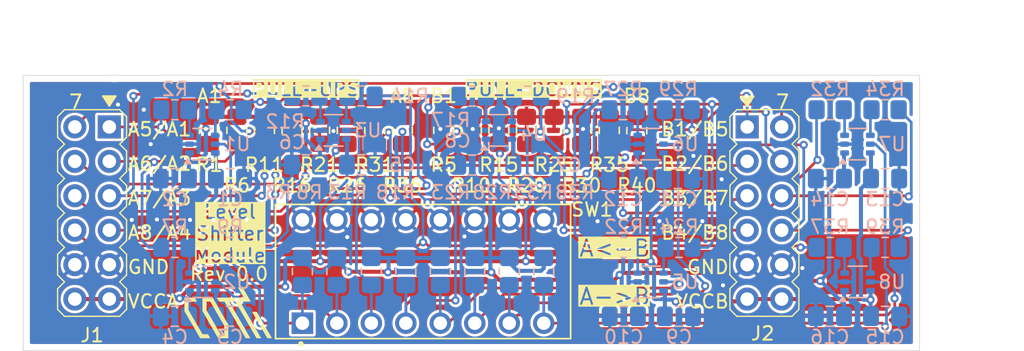
<source format=kicad_pcb>
(kicad_pcb (version 20241229) (generator "pcbnew") (generator_version "9.0")
  (title_block (title "Level Shifter Module") (date "2026-01-17") (rev "0.0") (company "Cotti"))
  (layers (0 "F.Cu" signal) (2 "B.Cu" signal) (13 "F.Paste" user) (15 "B.Paste" user) (5 "F.SilkS" user "F.Silkscreen") (7 "B.SilkS" user "B.Silkscreen") (1 "F.Mask" user) (3 "B.Mask" user) (25 "Edge.Cuts" user))
  (net 0 "")
  (net 1 "GND")
  (net 2 "VCCA")
  (net 3 "VCCB")
  (net 4 "/a2")
  (net 5 "/a4")
  (net 6 "/a8")
  (net 7 "/a3")
  (net 8 "/a6")
  (net 9 "/a7")
  (net 10 "/a1")
  (net 11 "/a5")
  (net 12 "/b3")
  (net 13 "/b8")
  (net 14 "/b6")
  (net 15 "/b7")
  (net 16 "/b2")
  (net 17 "/b5")
  (net 18 "/b4")
  (net 19 "/b1")
  (net 20 "Net-(U1-A)")
  (net 21 "/dir6")
  (net 22 "Net-(U1-B)")
  (net 23 "Net-(U2-A)")
  (net 24 "/dir1")
  (net 25 "Net-(U2-B)")
  (net 26 "Net-(U3-A)")
  (net 27 "/dir2")
  (net 28 "Net-(U3-B)")
  (net 29 "Net-(U4-A)")
  (net 30 "/dir3")
  (net 31 "Net-(U4-B)")
  (net 32 "Net-(U5-A)")
  (net 33 "/dir4")
  (net 34 "Net-(U5-B)")
  (net 35 "Net-(U6-A)")
  (net 36 "/dir5")
  (net 37 "Net-(U6-B)")
  (net 38 "Net-(U7-A)")
  (net 39 "/dir7")
  (net 40 "Net-(U7-B)")
  (net 41 "Net-(U8-A)")
  (net 42 "/dir8")
  (net 43 "Net-(U8-B)")
  (footprint "Resistor_SMD:R_0805_2012Metric_Pad1.20x1.40mm_HandSolder" (layer "F.Cu") (at 140.716 156.464 90)
    (property "Reference" "R25")
    (property "Value" "100k opt")
  )
  (footprint "cotti_footprints:Pmod_2x06_socket" (layer "F.Cu") (at 154.94 156.21)
    (property "Reference" "J2")
    (property "Value" "Pmod GPIO 2x06 socket" (hide yes))
  )
  (footprint "Resistor_SMD:R_0805_2012Metric_Pad1.20x1.40mm_HandSolder" (layer "F.Cu") (at 119.38 156.464 -90)
    (property "Reference" "R11")
    (property "Value" "100k opt")
  )
  (footprint "Resistor_SMD:R_0805_2012Metric_Pad1.20x1.40mm_HandSolder" (layer "F.Cu") (at 132.588 156.464 90)
    (property "Reference" "R5")
    (property "Value" "100k opt")
  )
  (footprint "Resistor_SMD:R_0805_2012Metric_Pad1.20x1.40mm_HandSolder" (layer "F.Cu") (at 123.444 156.448 -90)
    (property "Reference" "R21")
    (property "Value" "100k opt")
  )
  (footprint "Resistor_SMD:R_0805_2012Metric_Pad1.20x1.40mm_HandSolder" (layer "F.Cu") (at 121.412 156.464 -90)
    (property "Reference" "R16")
    (property "Value" "100k opt")
  )
  (footprint "Resistor_SMD:R_0805_2012Metric_Pad1.20x1.40mm_HandSolder" (layer "F.Cu") (at 117.348 156.464 -90)
    (property "Reference" "R6")
    (property "Value" "100k opt")
  )
  (footprint "Resistor_SMD:R_0805_2012Metric_Pad1.20x1.40mm_HandSolder" (layer "F.Cu") (at 136.652 156.464 90)
    (property "Reference" "R15")
    (property "Value" "100k opt")
  )
  (footprint "Resistor_SMD:R_0805_2012Metric_Pad1.20x1.40mm_HandSolder" (layer "F.Cu") (at 134.62 156.464 90)
    (property "Reference" "R10")
    (property "Value" "100k opt")
  )
  (footprint "Resistor_SMD:R_0805_2012Metric_Pad1.20x1.40mm_HandSolder" (layer "F.Cu") (at 138.684 156.464 90)
    (property "Reference" "R20")
    (property "Value" "100k opt")
  )
  (footprint "cotti_footprints:SW_DS01C-254-S-08BE" (layer "F.Cu") (at 131.064 166.878)
    (property "Reference" "SW1")
    (property "Value" "SW_DIP_x08" (hide yes))
  )
  (footprint "Resistor_SMD:R_0805_2012Metric_Pad1.20x1.40mm_HandSolder" (layer "F.Cu") (at 146.812 156.48 90)
    (property "Reference" "R40")
    (property "Value" "100k opt")
  )
  (footprint "Resistor_SMD:R_0805_2012Metric_Pad1.20x1.40mm_HandSolder" (layer "F.Cu") (at 125.476 156.464 -90)
    (property "Reference" "R26")
    (property "Value" "100k opt")
  )
  (footprint "cotti_logo:cotti_logo_filled H=3mm T=0.3mm" (layer "F.Cu") (at 113.48489 168.801)
    (property "Reference" "REF**" (hide yes))
    (property "Value" "cotti_logo_filled H=3mm T=0.3mm" (hide yes))
  )
  (footprint "Resistor_SMD:R_0805_2012Metric_Pad1.20x1.40mm_HandSolder" (layer "F.Cu") (at 127.508 156.48 -90)
    (property "Reference" "R31")
    (property "Value" "100k opt")
  )
  (footprint "Resistor_SMD:R_0805_2012Metric_Pad1.20x1.40mm_HandSolder" (layer "F.Cu") (at 115.316 156.464 -90)
    (property "Reference" "R1")
    (property "Value" "100k opt")
  )
  (footprint "Resistor_SMD:R_0805_2012Metric_Pad1.20x1.40mm_HandSolder" (layer "F.Cu") (at 144.78 156.464 90)
    (property "Reference" "R35")
    (property "Value" "100k opt")
  )
  (footprint "Resistor_SMD:R_0805_2012Metric_Pad1.20x1.40mm_HandSolder" (layer "F.Cu") (at 129.54 156.464 -90)
    (property "Reference" "R36")
    (property "Value" "100k opt")
  )
  (footprint "cotti_footprints:Pmod_2x06_pin" (layer "F.Cu") (at 107.95 156.21)
    (property "Reference" "J1")
    (property "Value" "Pmod GPIO 2x06 pin" (hide yes))
  )
  (footprint "Resistor_SMD:R_0805_2012Metric_Pad1.20x1.40mm_HandSolder" (layer "F.Cu") (at 142.748 156.464 90)
    (property "Reference" "R30")
    (property "Value" "100k opt")
  )
  (footprint "Resistor_SMD:R_0805_2012Metric_Pad1.20x1.40mm_HandSolder" (layer "B.Cu") (at 112.776 154.94)
    (property "Reference" "R2")
    (property "Value" "200R")
  )
  (footprint "Resistor_SMD:R_0805_2012Metric_Pad1.20x1.40mm_HandSolder" (layer "B.Cu") (at 134.692 153.941)
    (property "Reference" "R17")
    (property "Value" "200R")
  )
  (footprint "Resistor_SMD:R_0805_2012Metric_Pad1.20x1.40mm_HandSolder" (layer "B.Cu") (at 145.796 154.94)
    (property "Reference" "R27")
    (property "Value" "200R")
  )
  (footprint "Capacitor_SMD:C_0805_2012Metric_Pad1.18x1.45mm_HandSolder" (layer "B.Cu") (at 116.84 170.18)
    (property "Reference" "C3")
    (property "Value" "100nF")
  )
  (footprint "Resistor_SMD:R_0805_2012Metric_Pad1.20x1.40mm_HandSolder" (layer "B.Cu") (at 122.428 153.924)
    (property "Reference" "R12")
    (property "Value" "200R")
  )
  (footprint "Resistor_SMD:R_0805_2012Metric_Pad1.20x1.40mm_HandSolder" (layer "B.Cu") (at 127.254 166.878 90)
    (property "Reference" "R13")
    (property "Value" "100k")
  )
  (footprint "Resistor_SMD:R_0805_2012Metric_Pad1.20x1.40mm_HandSolder" (layer "B.Cu") (at 161.052 154.94)
    (property "Reference" "R32")
    (property "Value" "200R")
  )
  (footprint "Resistor_SMD:R_0805_2012Metric_Pad1.20x1.40mm_HandSolder" (layer "B.Cu") (at 138.756 153.941)
    (property "Reference" "R19")
    (property "Value" "200R")
  )
  (footprint "Package_TO_SOT_SMD:SOT-363_SC-70-6" (layer "B.Cu") (at 163.068 167.64)
    (property "Reference" "U8")
    (property "Value" "74LVC1T45DW-7")
  )
  (footprint "Resistor_SMD:R_0805_2012Metric_Pad1.20x1.40mm_HandSolder" (layer "B.Cu") (at 112.776 165.1)
    (property "Reference" "R7")
    (property "Value" "200R")
  )
  (footprint "Package_TO_SOT_SMD:SOT-363_SC-70-6" (layer "B.Cu") (at 114.808 157.48)
    (property "Reference" "U1")
    (property "Value" "74LVC1T45DW-7")
  )
  (footprint "Capacitor_SMD:C_0805_2012Metric_Pad1.18x1.45mm_HandSolder" (layer "B.Cu") (at 149.8385 160.02)
    (property "Reference" "C11")
    (property "Value" "100nF")
  )
  (footprint "Capacitor_SMD:C_0805_2012Metric_Pad1.18x1.45mm_HandSolder" (layer "B.Cu") (at 149.916 170.18)
    (property "Reference" "C9")
    (property "Value" "100nF")
  )
  (footprint "Resistor_SMD:R_0805_2012Metric_Pad1.20x1.40mm_HandSolder" (layer "B.Cu") (at 165.1 165.1)
    (property "Reference" "R39")
    (property "Value" "200R")
  )
  (footprint "Resistor_SMD:R_0805_2012Metric_Pad1.20x1.40mm_HandSolder" (layer "B.Cu") (at 145.852 165.1)
    (property "Reference" "R22")
    (property "Value" "200R")
  )
  (footprint "Capacitor_SMD:C_0805_2012Metric_Pad1.18x1.45mm_HandSolder" (layer "B.Cu") (at 134.692 159.021 180)
    (property "Reference" "C8")
    (property "Value" "100nF")
  )
  (footprint "Resistor_SMD:R_0805_2012Metric_Pad1.20x1.40mm_HandSolder" (layer "B.Cu") (at 116.84 165.1)
    (property "Reference" "R9")
    (property "Value" "200R")
  )
  (footprint "Resistor_SMD:R_0805_2012Metric_Pad1.20x1.40mm_HandSolder" (layer "B.Cu") (at 139.954 166.878 90)
    (property "Reference" "R38")
    (property "Value" "100k")
  )
  (footprint "Resistor_SMD:R_0805_2012Metric_Pad1.20x1.40mm_HandSolder" (layer "B.Cu") (at 137.414 166.878 90)
    (property "Reference" "R33")
    (property "Value" "100k")
  )
  (footprint "Resistor_SMD:R_0805_2012Metric_Pad1.20x1.40mm_HandSolder" (layer "B.Cu") (at 132.334 166.878 90)
    (property "Reference" "R23")
    (property "Value" "100k")
  )
  (footprint "Resistor_SMD:R_0805_2012Metric_Pad1.20x1.40mm_HandSolder" (layer "B.Cu") (at 116.84 154.94)
    (property "Reference" "R4")
    (property "Value" "200R")
  )
  (footprint "Capacitor_SMD:C_0805_2012Metric_Pad1.18x1.45mm_HandSolder" (layer "B.Cu") (at 145.852 170.18 180)
    (property "Reference" "C10")
    (property "Value" "100nF")
  )
  (footprint "Capacitor_SMD:C_0805_2012Metric_Pad1.18x1.45mm_HandSolder" (layer "B.Cu") (at 138.756 159.021)
    (property "Reference" "C7")
    (property "Value" "100nF")
  )
  (footprint "Resistor_SMD:R_0805_2012Metric_Pad1.20x1.40mm_HandSolder" (layer "B.Cu") (at 149.916 165.1)
    (property "Reference" "R24")
    (property "Value" "200R")
  )
  (footprint "Package_TO_SOT_SMD:SOT-363_SC-70-6" (layer "B.Cu") (at 124.46 156.464)
    (property "Reference" "U3")
    (property "Value" "74LVC1T45DW-7")
  )
  (footprint "Capacitor_SMD:C_0805_2012Metric_Pad1.18x1.45mm_HandSolder" (layer "B.Cu") (at 161.036 170.18 180)
    (property "Reference" "C16")
    (property "Value" "100nF")
  )
  (footprint "Resistor_SMD:R_0805_2012Metric_Pad1.20x1.40mm_HandSolder" (layer "B.Cu") (at 126.492 153.924)
    (property "Reference" "R14")
    (property "Value" "200R")
  )
  (footprint "Resistor_SMD:R_0805_2012Metric_Pad1.20x1.40mm_HandSolder" (layer "B.Cu") (at 122.174 166.878 90)
    (property "Reference" "R3")
    (property "Value" "100k")
  )
  (footprint "Capacitor_SMD:C_0805_2012Metric_Pad1.18x1.45mm_HandSolder" (layer "B.Cu") (at 112.776 170.18 180)
    (property "Reference" "C4")
    (property "Value" "100nF")
  )
  (footprint "Capacitor_SMD:C_0805_2012Metric_Pad1.18x1.45mm_HandSolder" (layer "B.Cu") (at 161.036 160.02 180)
    (property "Reference" "C14")
    (property "Value" "100nF")
  )
  (footprint "Resistor_SMD:R_0805_2012Metric_Pad1.20x1.40mm_HandSolder" (layer "B.Cu") (at 129.794 166.878 90)
    (property "Reference" "R18")
    (property "Value" "100k")
  )
  (footprint "Package_TO_SOT_SMD:SOT-363_SC-70-6" (layer "B.Cu") (at 147.828 157.48)
    (property "Reference" "U6")
    (property "Value" "74LVC1T45DW-7")
  )
  (footprint "Package_TO_SOT_SMD:SOT-363_SC-70-6" (layer "B.Cu") (at 147.828 167.64)
    (property "Reference" "U5")
    (property "Value" "74LVC1T45DW-7")
  )
  (footprint "Capacitor_SMD:C_0805_2012Metric_Pad1.18x1.45mm_HandSolder" (layer "B.Cu") (at 112.776 160.02 180)
    (property "Reference" "C2")
    (property "Value" "100nF")
  )
  (footprint "Resistor_SMD:R_0805_2012Metric_Pad1.20x1.40mm_HandSolder" (layer "B.Cu") (at 149.86 154.94)
    (property "Reference" "R29")
    (property "Value" "200R")
  )
  (footprint "Package_TO_SOT_SMD:SOT-363_SC-70-6" (layer "B.Cu") (at 114.808 167.64)
    (property "Reference" "U2")
    (property "Value" "74LVC1T45DW-7")
  )
  (footprint "Resistor_SMD:R_0805_2012Metric_Pad1.20x1.40mm_HandSolder" (layer "B.Cu") (at 165.1 154.94)
    (property "Reference" "R34")
    (property "Value" "200R")
  )
  (footprint "Resistor_SMD:R_0805_2012Metric_Pad1.20x1.40mm_HandSolder" (layer "B.Cu") (at 161.052 165.1)
    (property "Reference" "R37")
    (property "Value" "200R")
  )
  (footprint "Resistor_SMD:R_0805_2012Metric_Pad1.20x1.40mm_HandSolder" (layer "B.Cu") (at 124.714 166.878 90)
    (property "Reference" "R8")
    (property "Value" "100k")
  )
  (footprint "Capacitor_SMD:C_0805_2012Metric_Pad1.18x1.45mm_HandSolder" (layer "B.Cu") (at 122.428 159.004 180)
    (property "Reference" "C6")
    (property "Value" "100nF")
  )
  (footprint "Capacitor_SMD:C_0805_2012Metric_Pad1.18x1.45mm_HandSolder" (layer "B.Cu") (at 126.492 159.004)
    (property "Reference" "C5")
    (property "Value" "100nF")
  )
  (footprint "Resistor_SMD:R_0805_2012Metric_Pad1.20x1.40mm_HandSolder" (layer "B.Cu") (at 134.874 166.878 90)
    (property "Reference" "R28")
    (property "Value" "100k")
  )
  (footprint "Capacitor_SMD:C_0805_2012Metric_Pad1.18x1.45mm_HandSolder" (layer "B.Cu") (at 116.84 160.02)
    (property "Reference" "C1")
    (property "Value" "100nF")
  )
  (footprint "Capacitor_SMD:C_0805_2012Metric_Pad1.18x1.45mm_HandSolder" (layer "B.Cu") (at 145.796 160.02 180)
    (property "Reference" "C12")
    (property "Value" "100nF")
  )
  (footprint "Package_TO_SOT_SMD:SOT-363_SC-70-6" (layer "B.Cu") (at 163.068 157.48)
    (property "Reference" "U7")
    (property "Value" "74LVC1T45DW-7")
  )
  (footprint "Capacitor_SMD:C_0805_2012Metric_Pad1.18x1.45mm_HandSolder" (layer "B.Cu") (at 165.1 170.18)
    (property "Reference" "C15")
    (property "Value" "100nF")
  )
  (footprint "Package_TO_SOT_SMD:SOT-363_SC-70-6" (layer "B.Cu") (at 136.652 156.464)
    (property "Reference" "U4")
    (property "Value" "74LVC1T45DW-7")
  )
  (footprint "Capacitor_SMD:C_0805_2012Metric_Pad1.18x1.45mm_HandSolder" (layer "B.Cu") (at 165.1 160.02)
    (property "Reference" "C13")
    (property "Value" "100nF")
  )
  (gr_rect (start 101.6 152.4) (end 167.64 172.72) (stroke (width 0.05)) (fill no) (layer "Edge.Cuts"))
  (gr_text "A6/A2" (at 109.22 159.512 0) (layer "F.SilkS") (effects (font (size 1 1)) (justify left bottom)))
  (gr_text "Level\nShifter\nModule" (at 116.84 164.084 0) (layer "F.SilkS" knockout) (effects (font (size 1 1))))
  (gr_text "A8/A4" (at 109.22 164.592 0) (layer "F.SilkS") (effects (font (size 1 1)) (justify left bottom)))
  (gr_text "B1/B5" (at 153.67 156.972 0) (layer "F.SilkS") (effects (font (size 1 1)) (justify right bottom)))
  (gr_text "A<-B" (at 142.494 165.862 0) (layer "F.SilkS" knockout) (effects (font (size 1.2 1.2)) (justify left bottom)))
  (gr_text "B4/B8" (at 153.67 164.592 0) (layer "F.SilkS") (effects (font (size 1 1)) (justify right bottom)))
  (gr_text "VCCA" (at 109.22 169.672 0) (layer "F.SilkS") (effects (font (size 1 1)) (justify left bottom)))
  (gr_text "PULL-DOWNS" (at 139.192 153.416 0) (layer "F.SilkS" knockout) (effects (font (size 1 1))))
  (gr_text "GND" (at 153.67 167.132 0) (layer "F.SilkS") (effects (font (size 1 1)) (justify right bottom)))
  (gr_text "PULL-UPS" (at 122.428 153.416 0) (layer "F.SilkS" knockout) (effects (font (size 1 1))))
  (gr_text "VCCB" (at 153.67 169.672 0) (layer "F.SilkS") (effects (font (size 1 1)) (justify right bottom)))
  (gr_text "A5/A1" (at 109.22 156.972 0) (layer "F.SilkS") (effects (font (size 1 1)) (justify left bottom)))
  (gr_text "A1" (at 115.316 153.924 0) (layer "F.SilkS") (effects (font (size 1 1))))
  (gr_text "GND" (at 109.22 167.132 0) (layer "F.SilkS") (effects (font (size 1 1)) (justify left bottom)))
  (gr_text "Rev 0.0" (at 113.792 167.64 0) (layer "F.SilkS") (effects (font (size 1 1)) (justify left bottom)))
  (gr_text "B2/B6" (at 153.67 159.512 0) (layer "F.SilkS") (effects (font (size 1 1)) (justify right bottom)))
  (gr_text "B8" (at 146.812 153.924 0) (layer "F.SilkS") (effects (font (size 1 1))))
  (gr_text "A8" (at 129.54 153.924 0) (layer "F.SilkS") (effects (font (size 1 1))))
  (gr_text "A7/A3" (at 109.22 162.052 0) (layer "F.SilkS") (effects (font (size 1 1)) (justify left bottom)))
  (gr_text "B1" (at 132.588 153.924 0) (layer "F.SilkS") (effects (font (size 1 1))))
  (gr_text "A->B" (at 142.494 169.418 0) (layer "F.SilkS" knockout) (effects (font (size 1.2 1.2)) (justify left bottom)))
  (gr_text "B3/B7" (at 153.67 162.052 0) (layer "F.SilkS") (effects (font (size 1 1)) (justify right bottom)))
  (segment (start 146.796 155.464) (end 146.812 155.48) (width 0.2) (layer "F.Cu") (net 1))
  (segment (start 132.588 155.464) (end 146.796 155.464) (width 0.2) (layer "F.Cu") (net 1))
  (via (at 153.162 167.894) (size 0.6) (drill 0.3) (layers "F.Cu" "B.Cu") (net 1))
  (via (at 159.004 166.624) (size 0.6) (drill 0.3) (layers "F.Cu" "B.Cu") (net 1))
  (via (at 111.4552 163.041) (size 0.6) (drill 0.3) (layers "F.Cu" "B.Cu") (net 1))
  (via (at 151.638 163.16) (size 0.6) (drill 0.3) (layers "F.Cu" "B.Cu") (net 1))
  (via (at 108.585 154.559) (size 0.6) (drill 0.3) (layers "F.Cu" "B.Cu") (net 1))
  (via (at 150.9776 158.3436) (size 0.6) (drill 0.3) (layers "F.Cu" "B.Cu") (net 1))
  (via (at 122.936 161.8488) (size 0.6) (drill 0.3) (layers "F.Cu" "B.Cu") (net 1))
  (via (at 142.8496 156.3624) (size 0.6) (drill 0.3) (layers "F.Cu" "B.Cu") (net 1))
  (via (at 115.6208 163.068) (size 0.6) (drill 0.3) (layers "F.Cu" "B.Cu") (net 1))
  (via (at 118.0592 163.041) (size 0.6) (drill 0.3) (layers "F.Cu" "B.Cu") (net 1))
  (via (at 134.112 164.2872) (size 0.6) (drill 0.3) (layers "F.Cu" "B.Cu") (net 1))
  (via (at 134.7216 156.3624) (size 0.6) (drill 0.3) (layers "F.Cu" "B.Cu") (net 1))
  (via (at 132.334 156.3624) (size 0.6) (drill 0.3) (layers "F.Cu" "B.Cu") (net 1))
  (via (at 109.601 163.068) (size 0.6) (drill 0.3) (layers "F.Cu" "B.Cu") (net 1))
  (via (at 143.9164 163.1696) (size 0.6) (drill 0.3) (layers "F.Cu" "B.Cu") (net 1))
  (via (at 125.5776 161.8488) (size 0.6) (drill 0.3) (layers "F.Cu" "B.Cu") (net 1))
  (via (at 136.652 156.3116) (size 0.6) (drill 0.3) (layers "F.Cu" "B.Cu") (net 1))
  (via (at 124.46 156.5148) (size 0.6) (drill 0.3) (layers "F.Cu" "B.Cu") (net 1))
  (via (at 148.478 163.16) (size 0.6) (drill 0.3) (layers "F.Cu" "B.Cu") (net 1))
  (via (at 110.49 154.94) (size 0.6) (drill 0.3) (layers "F.Cu" "B.Cu") (net 1))
  (via (at 110.998 157.48) (size 0.6) (drill 0.3) (layers "F.Cu" "B.Cu") (net 1))
  (via (at 125.476 164.338) (size 0.6) (drill 0.3) (layers "F.Cu" "B.Cu") (net 1))
  (via (at 113.8936 163.068) (size 0.6) (drill 0.3) (layers "F.Cu" "B.Cu") (net 1))
  (via (at 153.0604 160.0708) (size 0.6) (drill 0.3) (layers "F.Cu" "B.Cu") (net 1))
  (segment (start 128.437938 166.893538) (end 125.564427 166.893538) (width 0.3) (layer "F.Cu") (net 2))
  (segment (start 122.428 155.464) (end 122.428 155.942285) (width 0.3) (layer "F.Cu") (net 2))
  (segment (start 154.442529 167.571) (end 153.851129 166.9796) (width 0.3) (layer "F.Cu") (net 2))
  (segment (start 122.428 155.464) (end 129.54 155.464) (width 0.3) (layer "F.Cu") (net 2))
  (segment (start 160.3248 167.571) (end 154.442529 167.571) (width 0.3) (layer "F.Cu") (net 2))
  (segment (start 112.8268 168.91) (end 107.95 168.91) (width 0.3) (layer "F.Cu") (net 2))
  (segment (start 105.41 168.91) (end 107.95 168.91) (width 0.3) (layer "F.Cu") (net 2))
  (segment (start 136.652 167.4876) (end 136.0932 166.9288) (width 0.3) (layer "F.Cu") (net 2))
  (segment (start 114.995884 156.293126) (end 114.995884 155.784116) (width 0.3) (layer "F.Cu") (net 2))
  (segment (start 113.9952 167.9956) (end 120.904 167.9956) (width 0.3) (layer "F.Cu") (net 2))
  (segment (start 145.6944 166.9796) (end 145.542 167.132) (width 0.3) (layer "F.Cu") (net 2))
  (segment (start 112.8776 168.8592) (end 112.8268 168.91) (width 0.3) (layer "F.Cu") (net 2))
  (segment (start 114.995884 155.784116) (end 115.316 155.464) (width 0.3) (layer "F.Cu") (net 2))
  (segment (start 128.4732 166.9288) (end 136.0932 166.9288) (width 0.3) (layer "F.Cu") (net 2))
  (segment (start 115.316 155.464) (end 122.428 155.464) (width 0.3) (layer "F.Cu") (net 2))
  (segment (start 113.1316 168.8592) (end 112.8776 168.8592) (width 0.3) (layer "F.Cu") (net 2))
  (segment (start 153.851129 166.9796) (end 145.6944 166.9796) (width 0.3) (layer "F.Cu") (net 2))
  (segment (start 113.1316 168.8592) (end 113.9952 167.9956) (width 0.3) (layer "F.Cu") (net 2))
  (segment (start 115.0608 156.358042) (end 114.995884 156.293126) (width 0.3) (layer "F.Cu") (net 2))
  (segment (start 145.1864 167.4876) (end 136.652 167.4876) (width 0.3) (layer "F.Cu") (net 2))
  (segment (start 145.542 167.132) (end 145.1864 167.4876) (width 0.3) (layer "F.Cu") (net 2))
  (segment (start 128.4732 166.9288) (end 128.437938 166.893538) (width 0.3) (layer "F.Cu") (net 2))
  (via (at 120.904 167.9956) (size 0.6) (drill 0.3) (layers "F.Cu" "B.Cu") (net 2))
  (via (at 145.542 167.132) (size 0.6) (drill 0.3) (layers "F.Cu" "B.Cu") (net 2))
  (via (at 128.4732 166.9288) (size 0.6) (drill 0.3) (layers "F.Cu" "B.Cu") (net 2))
  (via (at 125.564427 166.893538) (size 0.6) (drill 0.3) (layers "F.Cu" "B.Cu") (net 2))
  (via (at 160.3248 167.571) (size 0.6) (drill 0.3) (layers "F.Cu" "B.Cu") (net 2))
  (via (at 115.0608 156.358042) (size 0.6) (drill 0.3) (layers "F.Cu" "B.Cu") (net 2))
  (via (at 136.0932 166.9288) (size 0.6) (drill 0.3) (layers "F.Cu" "B.Cu") (net 2))
  (via (at 113.1316 168.8592) (size 0.6) (drill 0.3) (layers "F.Cu" "B.Cu") (net 2))
  (via (at 122.428 155.942285) (size 0.6) (drill 0.3) (layers "F.Cu" "B.Cu") (net 2))
  (segment (start 113.8135 168.3345) (end 113.858 168.29) (width 0.3) (layer "B.Cu") (net 2))
  (segment (start 139.954 166.624) (end 139.954 165.878) (width 0.3) (layer "B.Cu") (net 2))
  (segment (start 113.8135 158.8008) (end 113.8135 158.1745) (width 0.3) (layer "B.Cu") (net 2))
  (segment (start 112.727 164.39413) (end 112.7252 164.39233) (width 0.3) (layer "B.Cu") (net 2))
  (segment (start 145.542 167.132) (end 145.803 166.871) (width 0.3) (layer "B.Cu") (net 2))
  (segment (start 161.003 164.39413) (end 160.9852 164.37633) (width 0.3) (layer "B.Cu") (net 2))
  (segment (start 112.522 166.01087) (end 112.727 165.80587) (width 0.3) (layer "B.Cu") (net 2))
  (segment (start 123.4655 157.1585) (end 123.51 157.114) (width 0.3) (layer "B.Cu") (net 2))
  (segment (start 162.0735 158.1745) (end 162.118 158.13) (width 0.3) (layer "B.Cu") (net 2))
  (segment (start 160.9852 161.1083) (end 162.0735 160.02) (width 0.3) (layer "B.Cu") (net 2))
  (segment (start 120.904 167.9956) (end 120.904 166.0464) (width 0.3) (layer "B.Cu") (net 2))
  (segment (start 113.7119 168.8592) (end 113.8135 168.9608) (width 0.3) (layer "B.Cu") (net 2))
  (segment (start 160.9852 164.37633) (end 160.9852 161.1083) (width 0.3) (layer "B.Cu") (net 2))
  (segment (start 146.8335 163.1911) (end 146.8335 160.02) (width 0.3) (layer "B.Cu") (net 2))
  (segment (start 122.174 165.878) (end 123.2248 166.9288) (width 0.3) (layer "B.Cu") (net 2))
  (segment (start 145.6944 167.2844) (end 145.6944 168.4528) (width 0.3) (layer "B.Cu") (net 2))
  (segment (start 124.714 165.878) (end 124.714 166.043111) (width 0.3) (layer "B.Cu") (net 2))
  (segment (start 124.714 166.043111) (end 125.564427 166.893538) (width 0.3) (layer "B.Cu") (net 2))
  (segment (start 120.904 166.0464) (end 121.0724 165.878) (width 0.3) (layer "B.Cu") (net 2))
  (segment (start 162.0735 160.02) (end 162.0735 158.1745) (width 0.3) (layer "B.Cu") (net 2))
  (segment (start 123.4655 157.8356) (end 123.4655 157.1585) (width 0.3) (layer "B.Cu") (net 2))
  (segment (start 128.4732 166.9288) (end 128.524 166.878) (width 0.3) (layer "B.Cu") (net 2))
  (segment (start 115.062 156.430116) (end 115.062 158.1912) (width 0.3) (layer "B.Cu") (net 2))
  (segment (start 113.1316 168.8592) (end 113.7119 168.8592) (width 0.3) (layer "B.Cu") (net 2))
  (segment (start 136.0264 159.3179) (end 135.7295 159.021) (width 0.3) (layer "B.Cu") (net 2))
  (segment (start 136.0264 166.862) (end 136.0932 166.9288) (width 0.3) (layer "B.Cu") (net 2))
  (segment (start 136.0264 165.878) (end 137.414 165.878) (width 0.3) (layer "B.Cu") (net 2))
  (segment (start 145.6944 168.4528) (end 146.1516 168.91) (width 0.3) (layer "B.Cu") (net 2))
  (segment (start 146.8895 168.3015) (end 146.878 168.29) (width 0.3) (layer "B.Cu") (net 2))
  (segment (start 123.4655 159.004) (end 123.4655 157.8356) (width 0.3) (layer "B.Cu") (net 2))
  (segment (start 146.8335 160.02) (end 146.8335 158.1745) (width 0.3) (layer "B.Cu") (net 2))
  (segment (start 136.0264 165.878) (end 136.0264 166.862) (width 0.3) (layer "B.Cu") (net 2))
  (segment (start 146.8335 158.1745) (end 146.878 158.13) (width 0.3) (layer "B.Cu") (net 2))
  (segment (start 115.0608 156.428916) (end 115.062 156.430116) (width 0.3) (layer "B.Cu") (net 2))
  (segment (start 146.8374 163.195) (end 146.8335 163.1911) (width 0.3) (layer "B.Cu") (net 2))
  (segment (start 136.0264 165.878) (end 134.874 165.878) (width 0.3) (layer "B.Cu") (net 2))
  (segment (start 135.7295 159.021) (end 135.7295 157.1415) (width 0.3) (layer "B.Cu") (net 2))
  (segment (start 162.0735 168.3345) (end 162.118 168.29) (width 0.3) (layer "B.Cu") (net 2))
  (segment (start 113.1316 168.8592) (end 112.8776 168.8592) (width 0.3) (layer "B.Cu") (net 2))
  (segment (start 145.803 166.871) (end 145.803 164.2294) (width 0.3) (layer "B.Cu") (net 2))
  (segment (start 128.524 166.878) (end 128.524 165.9636) (width 0.3) (layer "B.Cu") (net 2))
  (segment (start 128.524 165.9636) (end 128.4384 165.878) (width 0.3) (layer "B.Cu") (net 2))
  (segment (start 162.0735 170.18) (end 162.0735 168.3345) (width 0.3) (layer "B.Cu") (net 2))
  (segment (start 112.727 165.80587) (end 112.727 164.39413) (width 0.3) (layer "B.Cu") (net 2))
  (segment (start 161.003 165.80587) (end 161.003 164.39413) (width 0.3) (layer "B.Cu") (net 2))
  (segment (start 122.428 157.1244) (end 123.1392 157.8356) (width 0.3) (layer "B.Cu") (net 2))
  (segment (start 160.3248 167.571) (end 160.3574 167.571) (width 0.3) (layer "B.Cu") (net 2))
  (segment (start 129.794 165.878) (end 131.1656 165.878) (width 0.3) (layer "B.Cu") (net 2))
  (segment (start 114.4524 158.8008) (end 113.8135 158.8008) (width 0.3) (layer "B.Cu") (net 2))
  (segment (start 123.6632 166.9288) (end 124.714 165.878) (width 0.3) (layer "B.Cu") (net 2))
  (segment (start 131.1656 165.878) (end 132.334 165.878) (width 0.3) (layer "B.Cu") (net 2))
  (segment (start 160.9852 166.9106) (end 160.9852 165.82367) (width 0.3) (layer "B.Cu") (net 2))
  (segment (start 137.414 165.878) (end 137.414 166.2176) (width 0.3) (layer "B.Cu") (net 2))
  (segment (start 115.0608 156.358042) (end 115.0608 156.428916) (width 0.3) (layer "B.Cu") (net 2))
  (segment (start 112.7252 161.1083) (end 113.8135 160.02) (width 0.3) (layer "B.Cu") (net 2))
  (segment (start 113.8135 160.02) (end 113.8135 158.8008) (width 0.3) (layer "B.Cu") (net 2))
  (segment (start 138.0236 166.8272) (end 139.7508 166.8272) (width 0.3) (layer "B.Cu") (net 2))
  (segment (start 162.0735 169.2871) (end 162.0735 170.18) (width 0.3) (layer "B.Cu") (net 2))
  (segment (start 123.2248 166.9288) (end 123.6632 166.9288) (width 0.3) (layer "B.Cu") (net 2))
  (segment (start 121.0724 165.878) (end 122.174 165.878) (width 0.3) (layer "B.Cu") (net 2))
  (segment (start 146.8895 168.91) (end 146.8895 168.3015) (width 0.3) (layer "B.Cu") (net 2))
  (segment (start 127.254 165.878) (end 129.794 165.878) (width 0.3) (layer "B.Cu") (net 2))
  (segment (start 139.7508 166.8272) (end 139.954 166.624) (width 0.3) (layer "B.Cu") (net 2))
  (segment (start 112.7252 164.39233) (end 112.7252 161.1083) (width 0.3) (layer "B.Cu") (net 2))
  (segment (start 137.414 166.2176) (end 138.0236 166.8272) (width 0.3) (layer "B.Cu") (net 2))
  (segment (start 113.8135 168.9608) (end 113.8135 168.3345) (width 0.3) (layer "B.Cu") (net 2))
  (segment (start 146.8895 170.18) (end 146.8895 168.91) (width 0.3) (layer "B.Cu") (net 2))
  (segment (start 122.428 155.942285) (end 122.428 157.1244) (width 0.3) (layer "B.Cu") (net 2))
  (segment (start 136.0264 165.878) (end 136.0264 159.3179) (width 0.3) (layer "B.Cu") (net 2))
  (segment (start 160.9852 165.82367) (end 161.003 165.80587) (width 0.3) (layer "B.Cu") (net 2))
  (segment (start 128.4384 165.878) (end 127.254 165.878) (width 0.3) (layer "B.Cu") (net 2))
  (segment (start 160.3574 167.571) (end 162.0735 169.2871) (width 0.3) (layer "B.Cu") (net 2))
  (segment (start 145.803 164.2294) (end 146.8374 163.195) (width 0.3) (layer "B.Cu") (net 2))
  (segment (start 123.1392 157.8356) (end 123.4655 157.8356) (width 0.3) (layer "B.Cu") (net 2))
  (segment (start 115.062 158.1912) (end 114.4524 158.8008) (width 0.3) (layer "B.Cu") (net 2))
  (segment (start 113.8135 158.1745) (end 113.858 158.13) (width 0.3) (layer "B.Cu") (net 2))
  (segment (start 160.3248 167.571) (end 160.9852 166.9106) (width 0.3) (layer "B.Cu") (net 2))
  (segment (start 113.8135 170.18) (end 113.8135 168.9608) (width 0.3) (layer "B.Cu") (net 2))
  (segment (start 112.8776 168.8592) (end 112.522 168.5036) (width 0.3) (layer "B.Cu") (net 2))
  (segment (start 146.1516 168.91) (end 146.8895 168.91) (width 0.3) (layer "B.Cu") (net 2))
  (segment (start 112.522 168.5036) (end 112.522 166.01087) (width 0.3) (layer "B.Cu") (net 2))
  (segment (start 135.7295 157.1415) (end 135.702 157.114) (width 0.3) (layer "B.Cu") (net 2))
  (segment (start 145.542 167.132) (end 145.6944 167.2844) (width 0.3) (layer "B.Cu") (net 2))
  (segment (start 163.9824 168.91) (end 164.0332 168.9608) (width 0.3) (layer "F.Cu") (net 3))
  (segment (start 149.984007 169.090655) (end 149.991731 169.082931) (width 0.3) (layer "F.Cu") (net 3))
  (segment (start 149.675988 169.090655) (end 149.984007 169.090655) (width 0.3) (layer "F.Cu") (net 3))
  (segment (start 115.0112 166.116) (end 147.828 166.116) (width 0.3) (layer "F.Cu") (net 3))
  (segment (start 157.48 168.91) (end 154.94 168.91) (width 0.3) (layer "F.Cu") (net 3))
  (segment (start 154.767069 169.082931) (end 154.94 168.91) (width 0.3) (layer "F.Cu") (net 3))
  (segment (start 157.48 168.91) (end 163.9824 168.91) (width 0.3) (layer "F.Cu") (net 3))
  (segment (start 114.6556 166.4716) (end 115.0112 166.116) (width 0.3) (layer "F.Cu") (net 3))
  (segment (start 149.991731 169.082931) (end 154.767069 169.082931) (width 0.3) (layer "F.Cu") (net 3))
  (via (at 123.4948 166.116) (size 0.6) (drill 0.3) (layers "F.Cu" "B.Cu") (net 3))
  (via (at 147.828 166.116) (size 0.6) (drill 0.3) (layers "F.Cu" "B.Cu") (net 3))
  (via (at 164.0332 168.9608) (size 0.6) (drill 0.3) (layers "F.Cu" "B.Cu") (net 3))
  (via (at 149.675988 169.090655) (size 0.6) (drill 0.3) (layers "F.Cu" "B.Cu") (net 3))
  (via (at 114.6556 166.4716) (size 0.6) (drill 0.3) (layers "F.Cu" "B.Cu") (net 3))
  (via (at 138.6332 166.116) (size 0.6) (drill 0.3) (layers "F.Cu" "B.Cu") (net 3))
  (segment (start 114.6556 166.4716) (end 114.889 166.2382) (width 0.3) (layer "B.Cu") (net 3))
  (segment (start 164.0332 168.9608) (end 164.0332 168.3052) (width 0.3) (layer "B.Cu") (net 3))
  (segment (start 138.94826 161.47906) (end 138.6332 161.164) (width 0.2) (layer "B.Cu") (net 3))
  (segment (start 125.4545 160.1939) (end 125.4545 159.004) (width 0.2) (layer "B.Cu") (net 3))
  (segment (start 114.889 162.225) (end 115.824 161.29) (width 0.3) (layer "B.Cu") (net 3))
  (segment (start 163.322 168.7576) (end 163.322 165.97887) (width 0.3) (layer "B.Cu") (net 3))
  (segment (start 115.3668 168.9608) (end 115.8025 168.9608) (width 0.3) (layer "B.Cu") (net 3))
  (segment (start 163.149 165.80587) (end 163.149 164.39413) (width 0.3) (layer "B.Cu") (net 3))
  (segment (start 123.4948 166.116) (end 123.4948 162.1536) (width 0.2) (layer "B.Cu") (net 3))
  (segment (start 164.0332 168.9608) (end 163.5252 168.9608) (width 0.3) (layer "B.Cu") (net 3))
  (segment (start 148.082 166.37) (end 148.082 168.8592) (width 0.3) (layer "B.Cu") (net 3))
  (segment (start 115.824 160.0415) (end 115.8025 160.02) (width 0.3) (layer "B.Cu") (net 3))
  (segment (start 147.828 162.814) (end 148.844 161.798) (width 0.3) (layer "B.Cu") (net 3))
  (segment (start 148.844 161.798) (end 148.844 160.063) (width 0.3) (layer "B.Cu") (net 3))
  (segment (start 137.7185 160.396643) (end 137.7185 159.021) (width 0.2) (layer "B.Cu") (net 3))
  (segment (start 138.6332 162.327003) (end 138.94826 162.011943) (width 0.2) (layer "B.Cu") (net 3))
  (segment (start 147.828 166.116) (end 148.082 166.37) (width 0.3) (layer "B.Cu") (net 3))
  (segment (start 115.8025 158.1745) (end 115.758 158.13) (width 0.3) (layer "B.Cu") (net 3))
  (segment (start 163.322 165.97887) (end 163.149 165.80587) (width 0.3) (layer "B.Cu") (net 3))
  (segment (start 115.824 161.29) (end 115.824 160.0415) (width 0.3) (layer "B.Cu") (net 3))
  (segment (start 148.082 168.8592) (end 148.1328 168.91) (width 0.3) (layer "B.Cu") (net 3))
  (segment (start 115.8025 168.3345) (end 115.758 168.29) (width 0.3) (layer "B.Cu") (net 3))
  (segment (start 123.4948 162.1536) (end 125.4545 160.1939) (width 0.2) (layer "B.Cu") (net 3))
  (segment (start 114.6556 166.4716) (end 115.062 166.878) (width 0.3) (layer "B.Cu") (net 3))
  (segment (start 148.8785 168.3905) (end 148.778 168.29) (width 0.3) (layer "B.Cu") (net 3))
  (segment (start 149.675988 169.090655) (end 149.536533 168.9512) (width 0.3) (layer "B.Cu") (net 3))
  (segment (start 164.0332 168.3052) (end 164.018 168.29) (width 0.3) (layer "B.Cu") (net 3))
  (segment (start 149.536533 168.9512) (end 148.9197 168.9512) (width 0.3) (layer "B.Cu") (net 3))
  (segment (start 138.6332 166.116) (end 138.6332 162.327003) (width 0.2) (layer "B.Cu") (net 3))
  (segment (start 148.8785 170.18) (end 148.8785 168.91) (width 0.3) (layer "B.Cu") (net 3))
  (segment (start 125.4545 159.004) (end 125.4545 157.1585) (width 0.3) (layer "B.Cu") (net 3))
  (segment (start 138.6332 161.164) (end 138.485857 161.164) (width 0.2) (layer "B.Cu") (net 3))
  (segment (start 115.062 166.878) (end 115.062 168.656) (width 0.3) (layer "B.Cu") (net 3))
  (segment (start 137.7185 159.021) (end 137.7185 157.2305) (width 0.3) (layer "B.Cu") (net 3))
  (segment (start 163.5252 168.9608) (end 163.322 168.7576) (width 0.3) (layer "B.Cu") (net 3))
  (segment (start 163.322 160.7605) (end 164.0625 160.02) (width 0.3) (layer "B.Cu") (net 3))
  (segment (start 148.1328 168.91) (end 148.8785 168.91) (width 0.3) (layer "B.Cu") (net 3))
  (segment (start 115.8025 160.02) (end 115.8025 158.1745) (width 0.3) (layer "B.Cu") (net 3))
  (segment (start 148.801 158.153) (end 148.778 158.13) (width 0.3) (layer "B.Cu") (net 3))
  (segment (start 138.94826 162.011943) (end 138.94826 161.47906) (width 0.2) (layer "B.Cu") (net 3))
  (segment (start 148.8785 168.91) (end 148.8785 168.3905) (width 0.3) (layer "B.Cu") (net 3))
  (segment (start 137.7185 157.2305) (end 137.602 157.114) (width 0.3) (layer "B.Cu") (net 3))
  (segment (start 148.9197 168.9512) (end 148.8785 168.91) (width 0.3) (layer "B.Cu") (net 3))
  (segment (start 125.4545 157.1585) (end 125.41 157.114) (width 0.3) (layer "B.Cu") (net 3))
  (segment (start 115.062 168.656) (end 115.3668 168.9608) (width 0.3) (layer "B.Cu") (net 3))
  (segment (start 163.149 164.39413) (end 163.322 164.22113) (width 0.3) (layer "B.Cu") (net 3))
  (segment (start 148.801 160.02) (end 148.801 158.153) (width 0.3) (layer "B.Cu") (net 3))
  (segment (start 164.0625 158.1745) (end 164.018 158.13) (width 0.3) (layer "B.Cu") (net 3))
  (segment (start 148.844 160.063) (end 148.801 160.02) (width 0.3) (layer "B.Cu") (net 3))
  (segment (start 163.322 164.22113) (end 163.322 160.7605) (width 0.3) (layer "B.Cu") (net 3))
  (segment (start 115.8025 170.18) (end 115.8025 168.9608) (width 0.3) (layer "B.Cu") (net 3))
  (segment (start 164.0332 168.9608) (end 164.0332 170.1507) (width 0.3) (layer "B.Cu") (net 3))
  (segment (start 164.0332 170.1507) (end 164.0625 170.18) (width 0.3) (layer "B.Cu") (net 3))
  (segment (start 138.485857 161.164) (end 137.7185 160.396643) (width 0.2) (layer "B.Cu") (net 3))
  (segment (start 115.8025 168.9608) (end 115.8025 168.3345) (width 0.3) (layer "B.Cu") (net 3))
  (segment (start 147.828 166.116) (end 147.828 162.814) (width 0.3) (layer "B.Cu") (net 3))
  (segment (start 114.889 166.2382) (end 114.889 162.225) (width 0.3) (layer "B.Cu") (net 3))
  (segment (start 164.0625 160.02) (end 164.0625 158.1745) (width 0.3) (layer "B.Cu") (net 3))
  (segment (start 117.348 157.8864) (end 117.348 157.464) (width 0.2) (layer "F.Cu") (net 4))
  (segment (start 107.95 158.75) (end 116.4844 158.75) (width 0.2) (layer "F.Cu") (net 4))
  (segment (start 116.4844 158.75) (end 117.348 157.8864) (width 0.2) (layer "F.Cu") (net 4))
  (via (at 111.252 158.8008) (size 0.6) (drill 0.3) (layers "F.Cu" "B.Cu") (net 4))
  (segment (start 110.363 159.6898) (end 110.363 164.592) (width 0.2) (layer "B.Cu") (net 4))
  (segment (start 110.363 164.592) (end 110.871 165.1) (width 0.2) (layer "B.Cu") (net 4))
  (segment (start 110.871 165.1) (end 111.776 165.1) (width 0.2) (layer "B.Cu") (net 4))
  (segment (start 111.252 158.8008) (end 110.363 159.6898) (width 0.2) (layer "B.Cu") (net 4))
  (segment (start 120.529854 160.8274) (end 120.172985 161.184269) (width 0.2) (layer "F.Cu") (net 5))
  (segment (start 124.1931 160.762) (end 124.1277 160.8274) (width 0.2) (layer "F.Cu") (net 5))
  (segment (start 131.2672 160.7312) (end 131.2364 160.762) (width 0.2) (layer "F.Cu") (net 5))
  (segment (start 131.2364 160.762) (end 124.1931 160.762) (width 0.2) (layer "F.Cu") (net 5))
  (segment (start 120.253 158.623) (end 121.412 157.464) (width 0.2) (layer "F.Cu") (net 5))
  (segment (start 120.177501 159.763186) (end 120.253 159.687687) (width 0.2) (layer "F.Cu") (net 5))
  (segment (start 124.1277 160.8274) (end 120.529854 160.8274) (width 0.2) (layer "F.Cu") (net 5))
  (segment (start 107.95 163.83) (end 120.142 163.83) (width 0.2) (layer "F.Cu") (net 5))
  (segment (start 131.318 160.528) (end 131.2672 160.5788) (width 0.2) (layer "F.Cu") (net 5))
  (segment (start 131.2672 160.5788) (end 131.2672 160.7312) (width 0.2) (layer "F.Cu") (net 5))
  (segment (start 120.253 159.687687) (end 120.253 158.623) (width 0.2) (layer "F.Cu") (net 5))
  (via (at 120.142 163.83) (size 0.6) (drill 0.3) (layers "F.Cu" "B.Cu") (net 5))
  (via (at 131.318 160.528) (size 0.6) (drill 0.3) (layers "F.Cu" "B.Cu") (net 5))
  (via (at 120.172985 161.184269) (size 0.6) (drill 0.3) (layers "F.Cu" "B.Cu") (net 5))
  (via (at 120.177501 159.763186) (size 0.6) (drill 0.3) (layers "F.Cu" "B.Cu") (net 5))
  (segment (start 120.142 159.798687) (end 120.142 163.83) (width 0.2) (layer "B.Cu") (net 5))
  (segment (start 131.318 160.528) (end 131.2672 160.4772) (width 0.2) (layer "B.Cu") (net 5))
  (segment (start 131.2672 160.3248) (end 130.7084 159.766) (width 0.2) (layer "B.Cu") (net 5))
  (segment (start 130.7084 154.6606) (end 131.428 153.941) (width 0.2) (layer "B.Cu") (net 5))
  (segment (start 131.2672 160.4772) (end 131.2672 160.3248) (width 0.2) (layer "B.Cu") (net 5))
  (segment (start 131.428 153.941) (end 133.692 153.941) (width 0.2) (layer "B.Cu") (net 5))
  (segment (start 130.7084 159.766) (end 130.7084 154.6606) (width 0.2) (layer "B.Cu") (net 5))
  (segment (start 120.177501 159.763186) (end 120.142 159.798687) (width 0.2) (layer "B.Cu") (net 5))
  (segment (start 129.541 156.564) (end 129.54 156.565) (width 0.2) (layer "F.Cu") (net 6))
  (segment (start 155.42476 164.973) (end 156.99524 164.973) (width 0.2) (layer "F.Cu") (net 6))
  (segment (start 130.675 164.981) (end 130.937 164.719) (width 0.2) (layer "F.Cu") (net 6))
  (segment (start 130.675 164.981) (end 106.561 164.981) (width 0.2) (layer "F.Cu") (net 6))
  (segment (start 158.758 164.981) (end 158.877 165.1) (width 0.2) (layer "F.Cu") (net 6))
  (segment (start 130.937 164.719) (end 131.064 164.719) (width 0.2) (layer "F.Cu") (net 6))
  (segment (start 131.453 164.981) (end 155.41676 164.981) (width 0.2) (layer "F.Cu") (net 6))
  (segment (start 156.99524 164.973) (end 157.00324 164.981) (width 0.2) (layer "F.Cu") (net 6))
  (segment (start 157.00324 164.981) (end 158.758 164.981) (width 0.2) (layer "F.Cu") (net 6))
  (segment (start 131.064 164.719) (end 131.191 164.719) (width 0.2) (layer "F.Cu") (net 6))
  (segment (start 106.561 164.981) (end 105.41 163.83) (width 0.2) (layer "F.Cu") (net 6))
  (segment (start 129.54 156.565) (end 129.54 157.464) (width 0.2) (layer "F.Cu") (net 6))
  (segment (start 131.191 164.719) (end 131.453 164.981) (width 0.2) (layer "F.Cu") (net 6))
  (segment (start 155.41676 164.981) (end 155.42476 164.973) (width 0.2) (layer "F.Cu") (net 6))
  (via (at 131.064 164.719) (size 0.6) (drill 0.3) (layers "F.Cu" "B.Cu") (net 6))
  (via (at 158.877 165.1) (size 0.6) (drill 0.3) (layers "F.Cu" "B.Cu") (net 6))
  (via (at 129.541 156.564) (size 0.6) (drill 0.3) (layers "F.Cu" "B.Cu") (net 6))
  (segment (start 129.54 156.565) (end 129.54 160.782) (width 0.2) (layer "B.Cu") (net 6))
  (segment (start 129.54 160.782) (end 131.064 162.306) (width 0.2) (layer "B.Cu") (net 6))
  (segment (start 131.064 162.306) (end 131.064 164.719) (width 0.2) (layer "B.Cu") (net 6))
  (segment (start 129.541 156.564) (end 129.54 156.565) (width 0.2) (layer "B.Cu") (net 6))
  (segment (start 158.877 165.1) (end 160.052 165.1) (width 0.2) (layer "B.Cu") (net 6))
  (segment (start 118.049 153.801) (end 109.851 153.801) (width 0.2) (layer "F.Cu") (net 7))
  (segment (start 107.95 161.29) (end 119.1768 161.29) (width 0.2) (layer "F.Cu") (net 7))
  (segment (start 119.38 159.8264) (end 119.38 157.464) (width 0.2) (layer "F.Cu") (net 7))
  (segment (start 109.851 153.801) (end 109.728 153.924) (width 0.2) (layer "F.Cu") (net 7))
  (segment (start 118.11 153.74) (end 118.049 153.801) (width 0.2) (layer "F.Cu") (net 7))
  (via (at 119.38 159.8264) (size 0.6) (drill 0.3) (layers "F.Cu" "B.Cu") (net 7))
  (via (at 118.11 153.74) (size 0.6) (drill 0.3) (layers "F.Cu" "B.Cu") (net 7))
  (via (at 119.1768 161.29) (size 0.6) (drill 0.3) (layers "F.Cu" "B.Cu") (net 7))
  (via (at 109.728 153.924) (size 0.6) (drill 0.3) (layers "F.Cu" "B.Cu") (net 7))
  (segment (start 109.1692 161.29) (end 109.728 160.7312) (width 0.2) (layer "B.Cu") (net 7))
  (segment (start 109.1692 161.29) (end 107.95 161.29) (width 0.2) (layer "B.Cu") (net 7))
  (segment (start 109.728 160.7312) (end 109.728 153.924) (width 0.2) (layer "B.Cu") (net 7))
  (segment (start 119.1768 161.29) (end 119.38 161.0868) (width 0.2) (layer "B.Cu") (net 7))
  (segment (start 118.11 153.74) (end 120.221962 153.74) (width 0.2) (layer "B.Cu") (net 7))
  (segment (start 120.405962 153.924) (end 121.428 153.924) (width 0.2) (layer "B.Cu") (net 7))
  (segment (start 119.38 161.0868) (end 119.38 159.8264) (width 0.2) (layer "B.Cu") (net 7))
  (segment (start 120.221962 153.74) (end 120.405962 153.924) (width 0.2) (layer "B.Cu") (net 7))
  (segment (start 142.8304 159.928) (end 124.46 159.928) (width 0.2) (layer "F.Cu") (net 8))
  (segment (start 125.119324 157.464) (end 125.476 157.464) (width 0.2) (layer "F.Cu") (net 8))
  (segment (start 124.627252 157.956072) (end 125.119324 157.464) (width 0.2) (layer "F.Cu") (net 8))
  (segment (start 108.71416 160.4264) (end 123.9616 160.4264) (width 0.2) (layer "F.Cu") (net 8))
  (segment (start 105.41 158.75) (end 105.7148 158.75) (width 0.2) (layer "F.Cu") (net 8))
  (segment (start 107.0356 160.0708) (end 108.35856 160.0708) (width 0.2) (layer "F.Cu") (net 8))
  (segment (start 143.1036 159.6548) (end 142.8304 159.928) (width 0.2) (layer "F.Cu") (net 8))
  (segment (start 108.35856 160.0708) (end 108.71416 160.4264) (width 0.2) (layer "F.Cu") (net 8))
  (segment (start 123.9616 160.4264) (end 124.46 159.928) (width 0.2) (layer "F.Cu") (net 8))
  (segment (start 105.7148 158.75) (end 107.0356 160.0708) (width 0.2) (layer "F.Cu") (net 8))
  (via (at 143.1036 159.6548) (size 0.6) (drill 0.3) (layers "F.Cu" "B.Cu") (net 8))
  (via (at 124.627252 157.956072) (size 0.6) (drill 0.3) (layers "F.Cu" "B.Cu") (net 8))
  (via (at 124.46 159.928) (size 0.6) (drill 0.3) (layers "F.Cu" "B.Cu") (net 8))
  (segment (start 143.6624 159.096) (end 143.6624 155.2194) (width 0.2) (layer "B.Cu") (net 8))
  (segment (start 143.6624 155.2194) (end 143.9418 154.94) (width 0.2) (layer "B.Cu") (net 8))
  (segment (start 143.9418 154.94) (end 144.796 154.94) (width 0.2) (layer "B.Cu") (net 8))
  (segment (start 124.627252 157.956072) (end 124.46 158.123324) (width 0.2) (layer "B.Cu") (net 8))
  (segment (start 143.1036 159.6548) (end 143.6624 159.096) (width 0.2) (layer "B.Cu") (net 8))
  (segment (start 124.46 158.123324) (end 124.46 159.928) (width 0.2) (layer "B.Cu") (net 8))
  (segment (start 154.42984 159.9184) (end 158.8516 159.9184) (width 0.2) (layer "F.Cu") (net 9))
  (segment (start 153.18524 161.163) (end 154.42984 159.9184) (width 0.2) (layer "F.Cu") (net 9))
  (segment (start 128.4732 161.4424) (end 128.27 161.2392) (width 0.2) (layer "F.Cu") (net 9))
  (segment (start 128.9558 161.163) (end 153.18524 161.163) (width 0.2) (layer "F.Cu") (net 9))
  (segment (start 128.523635 156.6161) (end 128.3719 156.6161) (width 0.2) (layer "F.Cu") (net 9))
  (segment (start 128.651 161.4328) (end 128.6414 161.4424) (width 0.2) (layer "F.Cu") (net 9))
  (segment (start 120.5658 162.441) (end 106.561 162.441) (width 0.2) (layer "F.Cu") (net 9))
  (segment (start 128.3719 156.6161) (end 127.508 157.48) (width 0.2) (layer "F.Cu") (net 9))
  (segment (start 128.6414 161.4424) (end 128.4732 161.4424) (width 0.2) (layer "F.Cu") (net 9))
  (segment (start 128.651 161.4328) (end 128.686 161.4328) (width 0.2) (layer "F.Cu") (net 9))
  (segment (start 121.7676 161.2392) (end 120.5658 162.441) (width 0.2) (layer "F.Cu") (net 9))
  (segment (start 106.561 162.441) (end 105.41 161.29) (width 0.2) (layer "F.Cu") (net 9))
  (segment (start 128.27 161.2392) (end 121.7676 161.2392) (width 0.2) (layer "F.Cu") (net 9))
  (segment (start 158.8516 159.9184) (end 160.1216 158.6484) (width 0.2) (layer "F.Cu") (net 9))
  (segment (start 128.686 161.4328) (end 128.9558 161.163) (width 0.2) (layer "F.Cu") (net 9))
  (via (at 128.651 161.4328) (size 0.6) (drill 0.3) (layers "F.Cu" "B.Cu") (net 9))
  (via (at 128.523635 156.6161) (size 0.6) (drill 0.3) (layers "F.Cu" "B.Cu") (net 9))
  (via (at 160.1216 158.6484) (size 0.6) (drill 0.3) (layers "F.Cu" "B.Cu") (net 9))
  (segment (start 128.651 161.4328) (end 128.651 156.743465) (width 0.2) (layer "B.Cu") (net 9))
  (segment (start 160.052 158.5788) (end 160.052 154.94) (width 0.2) (layer "B.Cu") (net 9))
  (segment (start 128.651 156.743465) (end 128.523635 156.6161) (width 0.2) (layer "B.Cu") (net 9))
  (segment (start 160.1216 158.6484) (end 160.052 158.5788) (width 0.2) (layer "B.Cu") (net 9))
  (segment (start 107.95 156.21) (end 111.76 156.21) (width 0.2) (layer "F.Cu") (net 10))
  (segment (start 111.76 156.21) (end 113.014 157.464) (width 0.2) (layer "F.Cu") (net 10))
  (segment (start 113.014 157.464) (end 115.316 157.464) (width 0.2) (layer "F.Cu") (net 10))
  (via (at 111.76 156.21) (size 0.6) (drill 0.3) (layers "F.Cu" "B.Cu") (net 10))
  (segment (start 111.76 156.21) (end 111.76 154.956) (width 0.2) (layer "B.Cu") (net 10))
  (segment (start 111.76 154.956) (end 111.776 154.94) (width 0.2) (layer "B.Cu") (net 10))
  (segment (start 108.619 153.001) (end 105.41 156.21) (width 0.2) (layer "F.Cu") (net 11))
  (segment (start 116.078 153.2) (end 115.879 153.001) (width 0.2) (layer "F.Cu") (net 11))
  (segment (start 118.280439 156.542285) (end 118.256487 156.518333) (width 0.2) (layer "F.Cu") (net 11))
  (segment (start 116.2684 153.0096) (end 119.8794 153.0096) (width 0.2) (layer "F.Cu") (net 11))
  (segment (start 120.321283 156.542285) (end 123.268285 156.542285) (width 0.2) (layer "F.Cu") (net 11))
  (segment (start 119.8794 153.0096) (end 119.888 153.001) (width 0.2) (layer "F.Cu") (net 11))
  (segment (start 123.444 156.718) (end 123.444 157.448) (width 0.2) (layer "F.Cu") (net 11))
  (segment (start 123.268285 156.542285) (end 123.444 156.718) (width 0.2) (layer "F.Cu") (net 11))
  (segment (start 144.0198 153.001) (end 144.2824 153.2636) (width 0.2) (layer "F.Cu") (net 11))
  (segment (start 119.888 153.001) (end 144.0198 153.001) (width 0.2) (layer "F.Cu") (net 11))
  (segment (start 144.2824 153.2636) (end 145.0848 153.2636) (width 0.2) (layer "F.Cu") (net 11))
  (segment (start 120.321283 156.542285) (end 118.280439 156.542285) (width 0.2) (layer "F.Cu") (net 11))
  (segment (start 116.078 153.2) (end 116.2684 153.0096) (width 0.2) (layer "F.Cu") (net 11))
  (segment (start 115.879 153.001) (end 108.619 153.001) (width 0.2) (layer "F.Cu") (net 11))
  (via (at 116.078 153.2) (size 0.6) (drill 0.3) (layers "F.Cu" "B.Cu") (net 11))
  (via (at 145.0848 153.2636) (size 0.6) (drill 0.3) (layers "F.Cu" "B.Cu") (net 11))
  (via (at 118.256487 156.518333) (size 0.6) (drill 0.3) (layers "F.Cu" "B.Cu") (net 11))
  (segment (start 117.707133 156.518333) (end 118.256487 156.518333) (width 0.2) (layer "B.Cu") (net 11))
  (segment (start 143.256 165.1) (end 144.852 165.1) (width 0.2) (layer "B.Cu") (net 11))
  (segment (start 144.3632 153.2636) (end 142.24 155.3868) (width 0.2) (layer "B.Cu") (net 11))
  (segment (start 116.939 154.25484) (end 116.939 155.7502) (width 0.2) (layer "B.Cu") (net 11))
  (segment (start 142.24 164.084) (end 143.256 165.1) (width 0.2) (layer "B.Cu") (net 11))
  (segment (start 145.0848 153.2636) (end 144.3632 153.2636) (width 0.2) (layer "B.Cu") (net 11))
  (segment (start 116.078 153.39384) (end 116.939 154.25484) (width 0.2) (layer "B.Cu") (net 11))
  (segment (start 116.078 153.2) (end 116.078 153.39384) (width 0.2) (layer "B.Cu") (net 11))
  (segment (start 116.939 155.7502) (end 117.707133 156.518333) (width 0.2) (layer "B.Cu") (net 11))
  (segment (start 142.24 155.3868) (end 142.24 164.084) (width 0.2) (layer "B.Cu") (net 11))
  (segment (start 136.652 158.107507) (end 136.652 157.464) (width 0.2) (layer "F.Cu") (net 12))
  (segment (start 136.723999 158.179506) (end 136.652 158.107507) (width 0.2) (layer "F.Cu") (net 12))
  (segment (start 131.597091 161.567) (end 138.5316 161.567) (width 0.2) (layer "F.Cu") (net 12))
  (segment (start 138.5316 161.57866) (end 138.5316 161.567) (width 0.2) (layer "F.Cu") (net 12))
  (segment (start 138.5316 161.567) (end 154.663 161.567) (width 0.2) (layer "F.Cu") (net 12))
  (segment (start 138.34726 161.763) (end 138.5316 161.57866) (width 0.2) (layer "F.Cu") (net 12))
  (segment (start 154.663 161.567) (end 154.94 161.29) (width 0.2) (layer "F.Cu") (net 12))
  (segment (start 131.39218 161.771911) (end 131.597091 161.567) (width 0.2) (layer "F.Cu") (net 12))
  (via (at 131.39218 161.771911) (size 0.6) (drill 0.3) (layers "F.Cu" "B.Cu") (net 12))
  (via (at 138.34726 161.763) (size 0.6) (drill 0.3) (layers "F.Cu" "B.Cu") (net 12))
  (via (at 136.723999 158.179506) (size 0.6) (drill 0.3) (layers "F.Cu" "B.Cu") (net 12))
  (segment (start 131.39218 161.771911) (end 130.141 160.520731) (width 0.2) (layer "B.Cu") (net 12))
  (segment (start 136.723999 158.179506) (end 136.652 158.251505) (width 0.2) (layer "B.Cu") (net 12))
  (segment (start 130.141 153.9326) (end 130.1496 153.924) (width 0.2) (layer "B.Cu") (net 12))
  (segment (start 138.34726 161.71526) (end 138.34726 161.763) (width 0.2) (layer "B.Cu") (net 12))
  (segment (start 136.652 158.251505) (end 136.652 160.02) (width 0.2) (layer "B.Cu") (net 12))
  (segment (start 130.141 160.520731) (end 130.141 153.9326) (width 0.2) (layer "B.Cu") (net 12))
  (segment (start 136.652 160.02) (end 138.34726 161.71526) (width 0.2) (layer "B.Cu") (net 12))
  (segment (start 130.1496 153.924) (end 127.492 153.924) (width 0.2) (layer "B.Cu") (net 12))
  (segment (start 159.1056 157.5308) (end 146.8628 157.5308) (width 0.2) (layer "F.Cu") (net 13))
  (segment (start 146.8628 157.5308) (end 146.812 157.48) (width 0.2) (layer "F.Cu") (net 13))
  (segment (start 166.7764 163.83) (end 157.48 163.83) (width 0.2) (layer "F.Cu") (net 13))
  (via (at 166.7764 163.83) (size 0.6) (drill 0.3) (layers "F.Cu" "B.Cu") (net 13))
  (via (at 159.1056 157.5308) (size 0.6) (drill 0.3) (layers "F.Cu" "B.Cu") (net 13))
  (segment (start 159.11 163.0636) (end 158.3436 163.83) (width 0.2) (layer "B.Cu") (net 13))
  (segment (start 166.116 164.4904) (end 166.116 165.084) (width 0.2) (layer "B.Cu") (net 13))
  (segment (start 158.3436 163.83) (end 157.48 163.83) (width 0.2) (layer "B.Cu") (net 13))
  (segment (start 159.1056 157.8268) (end 159.11 157.8312) (width 0.2) (layer "B.Cu") (net 13))
  (segment (start 159.11 157.8312) (end 159.11 163.0636) (width 0.2) (layer "B.Cu") (net 13))
  (segment (start 166.116 165.084) (end 166.1 165.1) (width 0.2) (layer "B.Cu") (net 13))
  (segment (start 159.1056 157.5308) (end 159.1056 157.8268) (width 0.2) (layer "B.Cu") (net 13))
  (segment (start 166.7764 163.83) (end 166.116 164.4904) (width 0.2) (layer "B.Cu") (net 13))
  (segment (start 142.748 157.464) (end 143.7988 156.4132) (width 0.2) (layer "F.Cu") (net 14))
  (segment (start 156.237 155.059) (end 156.3116 155.1336) (width 0.2) (layer "F.Cu") (net 14))
  (segment (start 151.319543 156.4132) (end 152.673743 155.059) (width 0.2) (layer "F.Cu") (net 14))
  (segment (start 150.876 156.4132) (end 151.319543 156.4132) (width 0.2) (layer "F.Cu") (net 14))
  (segment (start 152.673743 155.059) (end 156.237 155.059) (width 0.2) (layer "F.Cu") (net 14))
  (segment (start 143.7988 156.4132) (end 150.876 156.4132) (width 0.2) (layer "F.Cu") (net 14))
  (via (at 156.3116 155.1336) (size 0.6) (drill 0.3) (layers "F.Cu" "B.Cu") (net 14))
  (via (at 150.876 156.4132) (size 0.6) (drill 0.3) (layers "F.Cu" "B.Cu") (net 14))
  (segment (start 150.876 156.4132) (end 150.876 154.956) (width 0.2) (layer "B.Cu") (net 14))
  (segment (start 157.48 158.75) (end 156.3116 157.5816) (width 0.2) (layer "B.Cu") (net 14))
  (segment (start 156.3116 157.5816) (end 156.3116 155.1336) (width 0.2) (layer "B.Cu") (net 14))
  (segment (start 150.876 154.956) (end 150.86 154.94) (width 0.2) (layer "B.Cu") (net 14))
  (segment (start 157.48 161.29) (end 156.21 162.56) (width 0.2) (layer "F.Cu") (net 15))
  (segment (start 156.21 162.56) (end 145.796 162.56) (width 0.2) (layer "F.Cu") (net 15))
  (segment (start 145.7708 158.4548) (end 144.78 157.464) (width 0.2) (layer "F.Cu") (net 15))
  (segment (start 166.7892 161.29) (end 166.84 161.3408) (width 0.2) (layer "F.Cu") (net 15))
  (segment (start 145.947116 158.4548) (end 145.7708 158.4548) (width 0.2) (layer "F.Cu") (net 15))
  (segment (start 157.48 161.29) (end 166.7892 161.29) (width 0.2) (layer "F.Cu") (net 15))
  (via (at 145.796 162.56) (size 0.6) (drill 0.3) (layers "F.Cu" "B.Cu") (net 15))
  (via (at 166.84 161.3408) (size 0.6) (drill 0.3) (layers "F.Cu" "B.Cu") (net 15))
  (via (at 145.947116 158.4548) (size 0.6) (drill 0.3) (layers "F.Cu" "B.Cu") (net 15))
  (segment (start 167.0304 161.1504) (end 167.0304 155.8704) (width 0.2) (layer "B.Cu") (net 15))
  (segment (start 167.0304 155.8704) (end 166.1 154.94) (width 0.2) (layer "B.Cu") (net 15))
  (segment (start 166.84 161.3408) (end 167.0304 161.1504) (width 0.2) (layer "B.Cu") (net 15))
  (segment (start 145.796 162.56) (end 145.796 158.605916) (width 0.2) (layer "B.Cu") (net 15))
  (segment (start 145.796 158.605916) (end 145.947116 158.4548) (width 0.2) (layer "B.Cu") (net 15))
  (segment (start 122.3772 159.224) (end 131.6568 159.224) (width 0.2) (layer "F.Cu") (net 16))
  (segment (start 131.6568 159.224) (end 132.0292 158.8516) (width 0.2) (layer "F.Cu") (net 16))
  (segment (start 132.2324 159.0548) (end 132.0292 158.8516) (width 0.2) (layer "F.Cu") (net 16))
  (segment (start 154.6352 159.0548) (end 132.2324 159.0548) (width 0.2) (layer "F.Cu") (net 16))
  (segment (start 122.396591 159.243391) (end 122.3772 159.224) (width 0.2) (layer "F.Cu") (net 16))
  (segment (start 133.526745 156.540281) (end 133.696281 156.540281) (width 0.2) (layer "F.Cu") (net 16))
  (segment (start 133.696281 156.540281) (end 134.62 157.464) (width 0.2) (layer "F.Cu") (net 16))
  (segment (start 154.94 158.75) (end 154.6352 159.0548) (width 0.2) (layer "F.Cu") (net 16))
  (segment (start 122.396591 159.8264) (end 122.396591 159.243391) (width 0.2) (layer "F.Cu") (net 16))
  (via (at 133.526745 156.540281) (size 0.6) (drill 0.3) (layers "F.Cu" "B.Cu") (net 16))
  (via (at 132.0292 158.8516) (size 0.6) (drill 0.3) (layers "F.Cu" "B.Cu") (net 16))
  (via (at 122.396591 159.8264) (size 0.6) (drill 0.3) (layers "F.Cu" "B.Cu") (net 16))
  (segment (start 117.84 165.1) (end 119.897049 165.1) (width 0.2) (layer "B.Cu") (net 16))
  (segment (start 121.073 163.924049) (end 121.073 161.149991) (width 0.2) (layer "B.Cu") (net 16))
  (segment (start 121.073 161.149991) (end 122.396591 159.8264) (width 0.2) (layer "B.Cu") (net 16))
  (segment (start 119.897049 165.1) (end 121.073 163.924049) (width 0.2) (layer "B.Cu") (net 16))
  (segment (start 132.0292 158.037826) (end 132.0292 158.8516) (width 0.2) (layer "B.Cu") (net 16))
  (segment (start 133.526745 156.540281) (end 132.0292 158.037826) (width 0.2) (layer "B.Cu") (net 16))
  (segment (start 141.64 156.54) (end 140.716 157.464) (width 0.2) (layer "F.Cu") (net 17))
  (segment (start 157.48 156.21) (end 157.48 154.8384) (width 0.2) (layer "F.Cu") (net 17))
  (segment (start 141.64 156.5148) (end 141.64 156.54) (width 0.2) (layer "F.Cu") (net 17))
  (segment (start 157.1752 154.5336) (end 141.6696 154.5336) (width 0.2) (layer "F.Cu") (net 17))
  (segment (start 141.6696 154.5336) (end 141.64 154.504) (width 0.2) (layer "F.Cu") (net 17))
  (segment (start 157.48 154.8384) (end 157.1752 154.5336) (width 0.2) (layer "F.Cu") (net 17))
  (via (at 141.64 156.5148) (size 0.6) (drill 0.3) (layers "F.Cu" "B.Cu") (net 17))
  (via (at 141.64 154.504) (size 0.6) (drill 0.3) (layers "F.Cu" "B.Cu") (net 17))
  (via (at 152.3492 154.5336) (size 0.6) (drill 0.3) (layers "F.Cu" "B.Cu") (net 17))
  (segment (start 141.6304 156.5052) (end 141.64 156.5148) (width 0.2) (layer "B.Cu") (net 17))
  (segment (start 152.0444 165.1) (end 150.916 165.1) (width 0.2) (layer "B.Cu") (net 17))
  (segment (start 141.64 154.504) (end 141.6304 154.5136) (width 0.2) (layer "B.Cu") (net 17))
  (segment (start 141.6304 154.5136) (end 141.6304 156.5052) (width 0.2) (layer "B.Cu") (net 17))
  (segment (start 152.3492 164.7952) (end 152.0444 165.1) (width 0.2) (layer "B.Cu") (net 17))
  (segment (start 152.3492 154.5336) (end 152.3492 164.7952) (width 0.2) (layer "B.Cu") (net 17))
  (segment (start 154.94 163.83) (end 141.6304 163.83) (width 0.2) (layer "F.Cu") (net 18))
  (segment (start 141.6304 163.83) (end 141.4272 163.83) (width 0.2) (layer "F.Cu") (net 18))
  (segment (start 139.7 156.5656) (end 139.5824 156.5656) (width 0.2) (layer "F.Cu") (net 18))
  (segment (start 139.5824 156.5656) (end 138.684 157.464) (width 0.2) (layer "F.Cu") (net 18))
  (via (at 139.7 156.5656) (size 0.6) (drill 0.3) (layers "F.Cu" "B.Cu") (net 18))
  (via (at 141.4272 163.83) (size 0.6) (drill 0.3) (layers "F.Cu" "B.Cu") (net 18))
  (segment (start 141.478 163.7792) (end 141.4272 163.83) (width 0.2) (layer "B.Cu") (net 18))
  (segment (start 139.7 156.5656) (end 139.756 156.5096) (width 0.2) (layer "B.Cu") (net 18))
  (segment (start 139.756 156.5096) (end 139.756 153.941) (width 0.2) (layer "B.Cu") (net 18))
  (segment (start 139.7 156.5656) (end 139.7508 156.5656) (width 0.2) (layer "B.Cu") (net 18))
  (segment (start 141.478 158.2928) (end 141.478 163.7792) (width 0.2) (layer "B.Cu") (net 18))
  (segment (start 139.7508 156.5656) (end 141.478 158.2928) (width 0.2) (layer "B.Cu") (net 18))
  (segment (start 120.516943 154.395251) (end 119.099251 154.395251) (width 0.2) (layer "F.Cu") (net 19))
  (segment (start 132.572 157.48) (end 132.588 157.464) (width 0.2) (layer "F.Cu") (net 19))
  (segment (start 131.6228 154.59473) (end 131.450165 154.767365) (width 0.2) (layer "F.Cu") (net 19))
  (segment (start 121.008194 153.904) (end 120.516943 154.395251) (width 0.2) (layer "F.Cu") (net 19))
  (segment (start 154.8384 153.924) (end 154.8184 153.904) (width 0.2) (layer "F.Cu") (net 19))
  (segment (start 131.6228 153.904) (end 131.6228 154.59473) (width 0.2) (layer "F.Cu") (net 19))
  (segment (start 154.8892 153.924) (end 154.8384 153.924) (width 0.2) (layer "F.Cu") (net 19))
  (segment (start 119.099251 154.395251) (end 119.068 154.364) (width 0.2) (layer "F.Cu") (net 19))
  (segment (start 154.8184 153.904) (end 131.6228 153.904) (width 0.2) (layer "F.Cu") (net 19))
  (segment (start 131.6228 153.904) (end 121.008194 153.904) (width 0.2) (layer "F.Cu") (net 19))
  (segment (start 131.3688 157.48) (end 132.572 157.48) (width 0.2) (layer "F.Cu") (net 19))
  (via (at 154.8892 153.924) (size 0.6) (drill 0.3) (layers "F.Cu" "B.Cu") (net 19))
  (via (at 131.3688 157.48) (size 0.6) (drill 0.3) (layers "F.Cu" "B.Cu") (net 19))
  (via (at 119.068 154.364) (size 0.6) (drill 0.3) (layers "F.Cu" "B.Cu") (net 19))
  (via (at 131.450165 154.767365) (size 0.6) (drill 0.3) (layers "F.Cu" "B.Cu") (net 19))
  (segment (start 119.068 154.364) (end 118.416 154.364) (width 0.2) (layer "B.Cu") (net 19))
  (segment (start 131.3688 157.48) (end 131.5212 157.48) (width 0.2) (layer "B.Cu") (net 19))
  (segment (start 118.416 154.364) (end 117.84 154.94) (width 0.2) (layer "B.Cu") (net 19))
  (segment (start 154.94 156.21) (end 154.94 153.9748) (width 0.2) (layer "B.Cu") (net 19))
  (segment (start 131.450165 154.767365) (end 131.3688 154.84873) (width 0.2) (layer "B.Cu") (net 19))
  (segment (start 154.94 153.9748) (end 154.8892 153.924) (width 0.2) (layer "B.Cu") (net 19))
  (segment (start 131.3688 154.84873) (end 131.3688 157.48) (width 0.2) (layer "B.Cu") (net 19))
  (segment (start 113.858 155.022) (end 113.776 154.94) (width 0.2) (layer "B.Cu") (net 20))
  (segment (start 113.858 156.83) (end 113.858 155.022) (width 0.2) (layer "B.Cu") (net 20))
  (segment (start 137.0076 168.5544) (end 134.874 170.688) (width 0.2) (layer "F.Cu") (net 21))
  (segment (start 149.406857 168.5544) (end 137.0076 168.5544) (width 0.2) (layer "F.Cu") (net 21))
  (segment (start 151.8412 168.148) (end 151.5872 168.402) (width 0.2) (layer "F.Cu") (net 21))
  (segment (start 151.8412 167.9448) (end 151.8412 168.148) (width 0.2) (layer "F.Cu") (net 21))
  (segment (start 151.5872 168.402) (end 149.559257 168.402) (width 0.2) (layer "F.Cu") (net 21))
  (segment (start 149.559257 168.402) (end 149.406857 168.5544) (width 0.2) (layer "F.Cu") (net 21))
  (via (at 151.8412 167.9448) (size 0.6) (drill 0.3) (layers "F.Cu" "B.Cu") (net 21))
  (segment (start 134.874 167.878) (end 134.874 170.688) (width 0.2) (layer "B.Cu") (net 21))
  (segment (start 151.8412 167.9448) (end 151.8412 167.80936) (width 0.2) (layer "B.Cu") (net 21))
  (segment (start 149.86 165.82816) (end 149.86 157.6324) (width 0.2) (layer "B.Cu") (net 21))
  (segment (start 149.86 157.6324) (end 149.7076 157.48) (width 0.2) (layer "B.Cu") (net 21))
  (segment (start 149.7076 157.48) (end 148.778 157.48) (width 0.2) (layer "B.Cu") (net 21))
  (segment (start 151.8412 167.80936) (end 149.86 165.82816) (width 0.2) (layer "B.Cu") (net 21))
  (segment (start 115.758 155.022) (end 115.84 154.94) (width 0.2) (layer "B.Cu") (net 22))
  (segment (start 115.758 156.83) (end 115.758 155.022) (width 0.2) (layer "B.Cu") (net 22))
  (segment (start 113.858 165.182) (end 113.776 165.1) (width 0.2) (layer "B.Cu") (net 23))
  (segment (start 113.858 166.99) (end 113.858 165.182) (width 0.2) (layer "B.Cu") (net 23))
  (segment (start 122.174 170.688) (end 119.0752 170.688) (width 0.2) (layer "F.Cu") (net 24))
  (via (at 119.0752 170.688) (size 0.6) (drill 0.3) (layers "F.Cu" "B.Cu") (net 24))
  (segment (start 122.174 167.878) (end 122.174 170.688) (width 0.2) (layer "B.Cu") (net 24))
  (segment (start 116.8908 157.9372) (end 116.4336 157.48) (width 0.2) (layer "B.Cu") (net 24))
  (segment (start 119.0244 168.2496) (end 116.8908 166.116) (width 0.2) (layer "B.Cu") (net 24))
  (segment (start 116.8908 166.116) (end 116.8908 157.9372) (width 0.2) (layer "B.Cu") (net 24))
  (segment (start 119.0244 170.6372) (end 119.0244 168.2496) (width 0.2) (layer "B.Cu") (net 24))
  (segment (start 116.4336 157.48) (end 115.758 157.48) (width 0.2) (layer "B.Cu") (net 24))
  (segment (start 119.0752 170.688) (end 119.0244 170.6372) (width 0.2) (layer "B.Cu") (net 24))
  (segment (start 115.758 166.99) (end 115.758 165.182) (width 0.2) (layer "B.Cu") (net 25))
  (segment (start 115.758 165.182) (end 115.84 165.1) (width 0.2) (layer "B.Cu") (net 25))
  (segment (start 123.51 155.814) (end 123.51 154.006) (width 0.2) (layer "B.Cu") (net 26))
  (segment (start 123.51 154.006) (end 123.428 153.924) (width 0.2) (layer "B.Cu") (net 26))
  (segment (start 122.682 168.656) (end 124.714 170.688) (width 0.2) (layer "F.Cu") (net 27))
  (segment (start 117.6528 168.656) (end 122.682 168.656) (width 0.2) (layer "F.Cu") (net 27))
  (segment (start 117.348 168.9608) (end 117.6528 168.656) (width 0.2) (layer "F.Cu") (net 27))
  (via (at 117.348 168.9608) (size 0.6) (drill 0.3) (layers "F.Cu" "B.Cu") (net 27))
  (segment (start 117.348 168.9608) (end 116.0272 167.64) (width 0.2) (layer "B.Cu") (net 27))
  (segment (start 124.714 167.878) (end 124.714 170.688) (width 0.2) (layer "B.Cu") (net 27))
  (segment (start 116.0272 167.64) (end 115.758 167.64) (width 0.2) (layer "B.Cu") (net 27))
  (segment (start 125.41 155.814) (end 125.41 154.006) (width 0.2) (layer "B.Cu") (net 28))
  (segment (start 125.41 154.006) (end 125.492 153.924) (width 0.2) (layer "B.Cu") (net 28))
  (segment (start 135.702 153.951) (end 135.692 153.941) (width 0.2) (layer "B.Cu") (net 29))
  (segment (start 135.702 155.814) (end 135.702 153.951) (width 0.2) (layer "B.Cu") (net 29))
  (segment (start 126.238 162.126951) (end 126.238 159.81916) (width 0.2) (layer "B.Cu") (net 30))
  (segment (start 126.153 162.211951) (end 126.238 162.126951) (width 0.2) (layer "B.Cu") (net 30))
  (segment (start 127.254 167.878) (end 127.254 170.688) (width 0.2) (layer "B.Cu") (net 30))
  (segment (start 126.1364 156.464) (end 125.41 156.464) (width 0.2) (layer "B.Cu") (net 30))
  (segment (start 126.343 159.71416) (end 126.343 156.6706) (width 0.2) (layer "B.Cu") (net 30))
  (segment (start 126.238 159.81916) (end 126.343 159.71416) (width 0.2) (layer "B.Cu") (net 30))
  (segment (start 126.343 156.6706) (end 126.1364 156.464) (width 0.2) (layer "B.Cu") (net 30))
  (segment (start 127.254 167.878) (end 126.153 166.777) (width 0.2) (layer "B.Cu") (net 30))
  (segment (start 126.153 166.777) (end 126.153 162.211951) (width 0.2) (layer "B.Cu") (net 30))
  (segment (start 137.602 155.814) (end 137.602 154.095) (width 0.2) (layer "B.Cu") (net 31))
  (segment (start 137.602 154.095) (end 137.756 153.941) (width 0.2) (layer "B.Cu") (net 31))
  (segment (start 146.878 165.126) (end 146.852 165.1) (width 0.2) (layer "B.Cu") (net 32))
  (segment (start 146.878 166.99) (end 146.878 165.126) (width 0.2) (layer "B.Cu") (net 32))
  (segment (start 139.6142 160.563) (end 139.6492 160.528) (width 0.2) (layer "F.Cu") (net 33))
  (segment (start 130.0988 169.0624) (end 130.1496 169.0116) (width 0.2) (layer "F.Cu") (net 33))
  (segment (start 129.794 169.3672) (end 130.0988 169.0624) (width 0.2) (layer "F.Cu") (net 33))
  (segment (start 133.4516 160.528) (end 133.4866 160.563) (width 0.2) (layer "F.Cu") (net 33))
  (segment (start 133.4866 160.563) (end 139.6142 160.563) (width 0.2) (layer "F.Cu") (net 33))
  (segment (start 129.794 170.688) (end 129.794 169.3672) (width 0.2) (layer "F.Cu") (net 33))
  (segment (start 130.1496 169.0116) (end 133.4516 169.0116) (width 0.2) (layer "F.Cu") (net 33))
  (via (at 139.6492 160.528) (size 0.6) (drill 0.3) (layers "F.Cu" "B.Cu") (net 33))
  (via (at 133.4516 169.0116) (size 0.6) (drill 0.3) (layers "F.Cu" "B.Cu") (net 33))
  (via (at 133.4516 160.528) (size 0.6) (drill 0.3) (layers "F.Cu" "B.Cu") (net 33))
  (segment (start 138.6332 156.464) (end 137.602 156.464) (width 0.2) (layer "B.Cu") (net 33))
  (segment (start 133.4516 160.528) (end 133.4516 169.0116) (width 0.2) (layer "B.Cu") (net 33))
  (segment (start 129.794 167.878) (end 129.794 170.688) (width 0.2) (layer "B.Cu") (net 33))
  (segment (start 138.7348 156.5656) (end 138.6332 156.464) (width 0.2) (layer "B.Cu") (net 33))
  (segment (start 138.7348 159.6136) (end 138.7348 156.5656) (width 0.2) (layer "B.Cu") (net 33))
  (segment (start 139.6492 160.528) (end 138.7348 159.6136) (width 0.2) (layer "B.Cu") (net 33))
  (segment (start 148.778 165.238) (end 148.916 165.1) (width 0.2) (layer "B.Cu") (net 34))
  (segment (start 148.778 166.99) (end 148.778 165.238) (width 0.2) (layer "B.Cu") (net 34))
  (segment (start 146.878 156.83) (end 146.878 155.022) (width 0.2) (layer "B.Cu") (net 35))
  (segment (start 146.878 155.022) (end 146.796 154.94) (width 0.2) (layer "B.Cu") (net 35))
  (segment (start 132.916951 170.688) (end 132.334 170.688) (width 0.2) (layer "F.Cu") (net 36))
  (segment (start 149.296957 168.0972) (end 135.507751 168.0972) (width 0.2) (layer "F.Cu") (net 36))
  (segment (start 149.9098 167.7502) (end 149.643957 167.7502) (width 0.2) (layer "F.Cu") (net 36))
  (segment (start 149.9616 167.802) (end 149.9098 167.7502) (width 0.2) (layer "F.Cu") (net 36))
  (segment (start 149.643957 167.7502) (end 149.296957 168.0972) (width 0.2) (layer "F.Cu") (net 36))
  (segment (start 135.507751 168.0972) (end 132.916951 170.688) (width 0.2) (layer "F.Cu") (net 36))
  (via (at 149.9616 167.802) (size 0.6) (drill 0.3) (layers "F.Cu" "B.Cu") (net 36))
  (segment (start 149.8102 167.64) (end 148.778 167.64) (width 0.2) (layer "B.Cu") (net 36))
  (segment (start 149.9616 167.802) (end 149.9616 167.7914) (width 0.2) (layer "B.Cu") (net 36))
  (segment (start 149.9616 167.7914) (end 149.8102 167.64) (width 0.2) (layer "B.Cu") (net 36))
  (segment (start 132.334 167.878) (end 132.334 170.688) (width 0.2) (layer "B.Cu") (net 36))
  (segment (start 148.778 156.83) (end 148.778 155.022) (width 0.2) (layer "B.Cu") (net 37))
  (segment (start 148.778 155.022) (end 148.86 154.94) (width 0.2) (layer "B.Cu") (net 37))
  (segment (start 162.118 156.83) (end 162.118 155.006) (width 0.2) (layer "B.Cu") (net 38))
  (segment (start 162.118 155.006) (end 162.052 154.94) (width 0.2) (layer "B.Cu") (net 38))
  (segment (start 140.410049 169.187) (end 141.055 169.831951) (width 0.2) (layer "F.Cu") (net 39))
  (segment (start 138.853 170.0784) (end 138.853 169.831951) (width 0.2) (layer "F.Cu") (net 39))
  (segment (start 141.055 170.0784) (end 165.3032 170.0784) (width 0.2) (layer "F.Cu") (net 39))
  (segment (start 137.414 170.688) (end 138.0236 170.0784) (width 0.2) (layer "F.Cu") (net 39))
  (segment (start 141.055 169.831951) (end 141.055 170.0784) (width 0.2) (layer "F.Cu") (net 39))
  (segment (start 165.3032 170.0784) (end 165.8112 169.5704) (width 0.2) (layer "F.Cu") (net 39))
  (segment (start 138.0236 170.0784) (end 138.853 170.0784) (width 0.2) (layer "F.Cu") (net 39))
  (segment (start 165.8112 168.8688) (end 165.8016 168.8592) (width 0.2) (layer "F.Cu") (net 39))
  (segment (start 138.853 169.831951) (end 139.497951 169.187) (width 0.2) (layer "F.Cu") (net 39))
  (segment (start 165.8112 169.5704) (end 165.8112 168.8688) (width 0.2) (layer "F.Cu") (net 39))
  (segment (start 139.497951 169.187) (end 140.410049 169.187) (width 0.2) (layer "F.Cu") (net 39))
  (via (at 165.8016 168.8592) (size 0.6) (drill 0.3) (layers "F.Cu" "B.Cu") (net 39))
  (segment (start 165.1 158.1912) (end 164.3888 157.48) (width 0.2) (layer "B.Cu") (net 39))
  (segment (start 165.8016 168.8592) (end 165.8016 167.2748) (width 0.2) (layer "B.Cu") (net 39))
  (segment (start 164.3888 157.48) (end 164.018 157.48) (width 0.2) (layer "B.Cu") (net 39))
  (segment (start 137.414 167.878) (end 137.414 170.688) (width 0.2) (layer "B.Cu") (net 39))
  (segment (start 165.1 166.5732) (end 165.1 158.1912) (width 0.2) (layer "B.Cu") (net 39))
  (segment (start 165.8016 167.2748) (end 165.1 166.5732) (width 0.2) (layer "B.Cu") (net 39))
  (segment (start 164.018 155.022) (end 164.1 154.94) (width 0.2) (layer "B.Cu") (net 40))
  (segment (start 164.018 156.83) (end 164.018 155.022) (width 0.2) (layer "B.Cu") (net 40))
  (segment (start 162.118 166.99) (end 162.118 165.166) (width 0.2) (layer "B.Cu") (net 41))
  (segment (start 162.118 165.166) (end 162.052 165.1) (width 0.2) (layer "B.Cu") (net 41))
  (segment (start 165.100001 170.937573) (end 165.100001 170.891201) (width 0.2) (layer "F.Cu") (net 42))
  (segment (start 165.100001 170.891201) (end 164.8968 170.688) (width 0.2) (layer "F.Cu") (net 42))
  (segment (start 164.8968 170.688) (end 139.954 170.688) (width 0.2) (layer "F.Cu") (net 42))
  (via (at 165.100001 170.937573) (size 0.6) (drill 0.3) (layers "F.Cu" "B.Cu") (net 42))
  (segment (start 165.205731 167.823385) (end 165.022346 167.64) (width 0.2) (layer "B.Cu") (net 42))
  (segment (start 165.2016 167.827516) (end 165.205731 167.823385) (width 0.2) (layer "B.Cu") (net 42))
  (segment (start 165.2016 170.835974) (end 165.2016 167.827516) (width 0.2) (layer "B.Cu") (net 42))
  (segment (start 165.100001 170.937573) (end 165.2016 170.835974) (width 0.2) (layer "B.Cu") (net 42))
  (segment (start 165.022346 167.64) (end 164.018 167.64) (width 0.2) (layer "B.Cu") (net 42))
  (segment (start 139.954 167.878) (end 139.954 170.688) (width 0.2) (layer "B.Cu") (net 42))
  (segment (start 164.018 165.182) (end 164.1 165.1) (width 0.2) (layer "B.Cu") (net 43))
  (segment (start 164.018 166.99) (end 164.018 165.182) (width 0.2) (layer "B.Cu") (net 43))
  (zone (net 1) (net_name "GND") (layers "F.Cu" "B.Cu") (connect_pads (clearance 0.2)) (min_thickness 0.2) (fill yes (thermal_gap 0.2) (thermal_bridge_width 0.25))
    (polygon (pts (xy 101.854 172.466) (xy 167.386 172.466) (xy 167.386 152.654) (xy 101.854 152.654)))
  )
)
</source>
